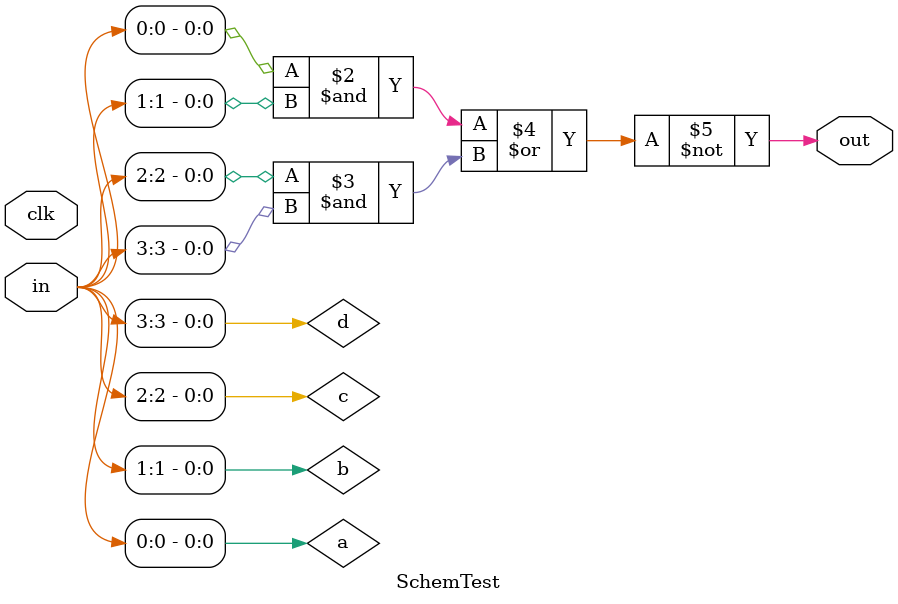
<source format=v>
module SchemTest(in, clk, out);

input [3:0]in;
input clk;

//wire [1:0]e;

reg a, b, c, d;

//assign e[0] = in[0];
//assign e[1] = in[1];
//assign a = e[0];
//assign b = e[1];
//assign c = in[2];
//assign d = in[3];

always @(*) begin
	a = in[0];
	b = in[1];
	c = in[2];
	d = in[3];
end

//always @(posedge clk or negedge clk) begin
//	a <= in[0];
//	b <= in[1];
//	c <= in[2];
//	d <= in[3];
//end

output out;

assign out = ~((a&b)|(c&d));

endmodule
</source>
